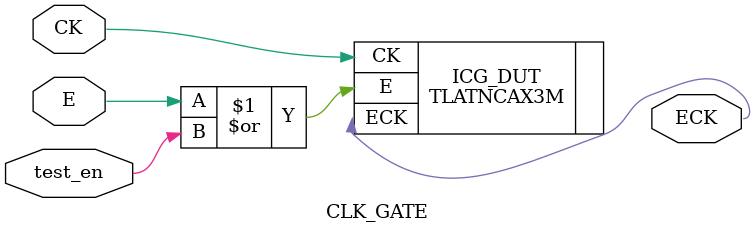
<source format=v>
module CLK_GATE
(
input  E       ,
input  CK      ,
input test_en  ,
output ECK     
);

//reg latch_out ;

//always @(CK or E)
//begin
//	if(!CK)
//	  begin
//     latch_out <= E;
//	  end	
//end


//assign ECK = CK && latch_out ;



// ((( IMPORTANT ))) At synthesing replace inst above this line with the full custom ICG from the std library beneath this line to overcome wiring delays


TLATNCAX3M ICG_DUT
(
.E (E | test_en) ,        // Note here I added oring with test_en for dft purpose in case of no DFT remove it and remove it also from port list
.CK(CK)    , 
.ECK(ECK)   
);





endmodule

</source>
